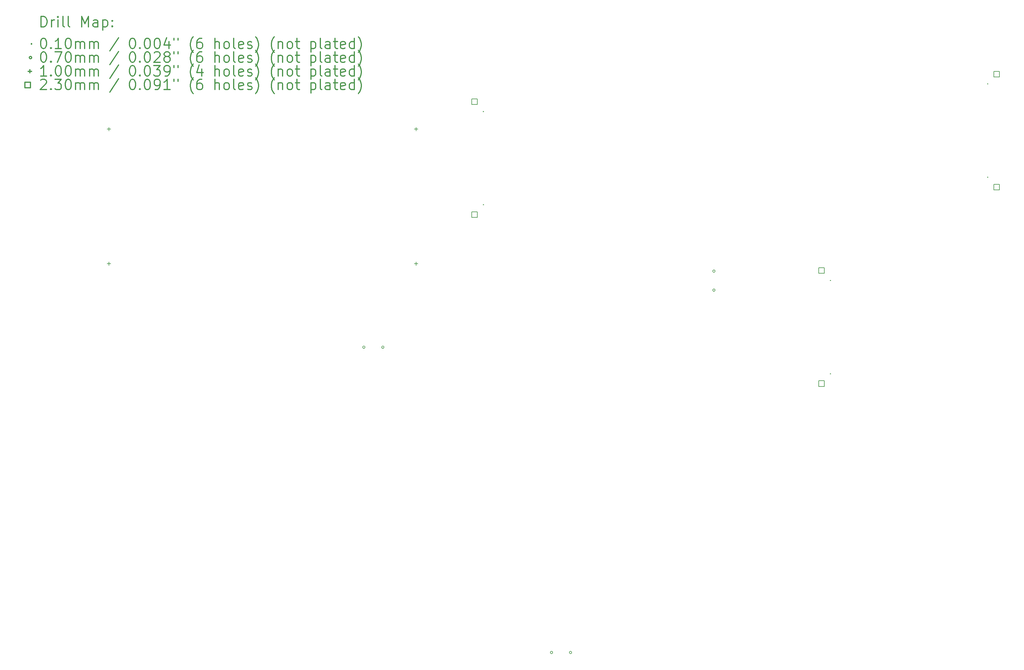
<source format=gbr>
%FSLAX45Y45*%
G04 Gerber Fmt 4.5, Leading zero omitted, Abs format (unit mm)*
G04 Created by KiCad (PCBNEW 4.0.6) date 01/10/18 21:06:59*
%MOMM*%
%LPD*%
G01*
G04 APERTURE LIST*
%ADD10C,0.127000*%
%ADD11C,0.200000*%
%ADD12C,0.300000*%
G04 APERTURE END LIST*
D10*
D11*
X13057600Y-2910500D02*
X13067600Y-2920500D01*
X13067600Y-2910500D02*
X13057600Y-2920500D01*
X13057600Y-5610500D02*
X13067600Y-5620500D01*
X13067600Y-5610500D02*
X13057600Y-5620500D01*
X23090600Y-7800000D02*
X23100600Y-7810000D01*
X23100600Y-7800000D02*
X23090600Y-7810000D01*
X23090600Y-10500000D02*
X23100600Y-10510000D01*
X23100600Y-10500000D02*
X23090600Y-10510000D01*
X27635900Y-2113800D02*
X27645900Y-2123800D01*
X27645900Y-2113800D02*
X27635900Y-2123800D01*
X27635900Y-4813800D02*
X27645900Y-4823800D01*
X27645900Y-4813800D02*
X27635900Y-4823800D01*
X9638060Y-9737320D02*
G75*
G03X9638060Y-9737320I-35000J0D01*
G01*
X10188060Y-9737320D02*
G75*
G03X10188060Y-9737320I-35000J0D01*
G01*
X15065400Y-18572200D02*
G75*
G03X15065400Y-18572200I-35000J0D01*
G01*
X15615400Y-18572200D02*
G75*
G03X15615400Y-18572200I-35000J0D01*
G01*
X19759600Y-7535500D02*
G75*
G03X19759600Y-7535500I-35000J0D01*
G01*
X19759600Y-8085500D02*
G75*
G03X19759600Y-8085500I-35000J0D01*
G01*
X2231000Y-3375100D02*
X2231000Y-3475100D01*
X2181000Y-3425100D02*
X2281000Y-3425100D01*
X2231000Y-7269100D02*
X2231000Y-7369100D01*
X2181000Y-7319100D02*
X2281000Y-7319100D01*
X11116700Y-3375100D02*
X11116700Y-3475100D01*
X11066700Y-3425100D02*
X11166700Y-3425100D01*
X11116700Y-7269100D02*
X11116700Y-7369100D01*
X11066700Y-7319100D02*
X11166700Y-7319100D01*
X12883918Y-2711818D02*
X12883918Y-2549182D01*
X12721282Y-2549182D01*
X12721282Y-2711818D01*
X12883918Y-2711818D01*
X12883918Y-5981818D02*
X12883918Y-5819182D01*
X12721282Y-5819182D01*
X12721282Y-5981818D01*
X12883918Y-5981818D01*
X22916918Y-7601318D02*
X22916918Y-7438682D01*
X22754282Y-7438682D01*
X22754282Y-7601318D01*
X22916918Y-7601318D01*
X22916918Y-10871318D02*
X22916918Y-10708682D01*
X22754282Y-10708682D01*
X22754282Y-10871318D01*
X22916918Y-10871318D01*
X27982218Y-1915118D02*
X27982218Y-1752482D01*
X27819582Y-1752482D01*
X27819582Y-1915118D01*
X27982218Y-1915118D01*
X27982218Y-5185118D02*
X27982218Y-5022482D01*
X27819582Y-5022482D01*
X27819582Y-5185118D01*
X27982218Y-5185118D01*
D12*
X271429Y-465714D02*
X271429Y-165714D01*
X342857Y-165714D01*
X385714Y-180000D01*
X414286Y-208571D01*
X428571Y-237143D01*
X442857Y-294286D01*
X442857Y-337143D01*
X428571Y-394286D01*
X414286Y-422857D01*
X385714Y-451429D01*
X342857Y-465714D01*
X271429Y-465714D01*
X571429Y-465714D02*
X571429Y-265714D01*
X571429Y-322857D02*
X585714Y-294286D01*
X600000Y-280000D01*
X628571Y-265714D01*
X657143Y-265714D01*
X757143Y-465714D02*
X757143Y-265714D01*
X757143Y-165714D02*
X742857Y-180000D01*
X757143Y-194286D01*
X771429Y-180000D01*
X757143Y-165714D01*
X757143Y-194286D01*
X942857Y-465714D02*
X914286Y-451429D01*
X900000Y-422857D01*
X900000Y-165714D01*
X1100000Y-465714D02*
X1071429Y-451429D01*
X1057143Y-422857D01*
X1057143Y-165714D01*
X1442857Y-465714D02*
X1442857Y-165714D01*
X1542857Y-380000D01*
X1642857Y-165714D01*
X1642857Y-465714D01*
X1914286Y-465714D02*
X1914286Y-308571D01*
X1900000Y-280000D01*
X1871429Y-265714D01*
X1814286Y-265714D01*
X1785714Y-280000D01*
X1914286Y-451429D02*
X1885714Y-465714D01*
X1814286Y-465714D01*
X1785714Y-451429D01*
X1771429Y-422857D01*
X1771429Y-394286D01*
X1785714Y-365714D01*
X1814286Y-351429D01*
X1885714Y-351429D01*
X1914286Y-337143D01*
X2057143Y-265714D02*
X2057143Y-565714D01*
X2057143Y-280000D02*
X2085714Y-265714D01*
X2142857Y-265714D01*
X2171429Y-280000D01*
X2185714Y-294286D01*
X2200000Y-322857D01*
X2200000Y-408571D01*
X2185714Y-437143D01*
X2171429Y-451429D01*
X2142857Y-465714D01*
X2085714Y-465714D01*
X2057143Y-451429D01*
X2328572Y-437143D02*
X2342857Y-451429D01*
X2328572Y-465714D01*
X2314286Y-451429D01*
X2328572Y-437143D01*
X2328572Y-465714D01*
X2328572Y-280000D02*
X2342857Y-294286D01*
X2328572Y-308571D01*
X2314286Y-294286D01*
X2328572Y-280000D01*
X2328572Y-308571D01*
X-10000Y-955000D02*
X0Y-965000D01*
X0Y-955000D02*
X-10000Y-965000D01*
X328571Y-795714D02*
X357143Y-795714D01*
X385714Y-810000D01*
X400000Y-824286D01*
X414286Y-852857D01*
X428571Y-910000D01*
X428571Y-981429D01*
X414286Y-1038571D01*
X400000Y-1067143D01*
X385714Y-1081429D01*
X357143Y-1095714D01*
X328571Y-1095714D01*
X300000Y-1081429D01*
X285714Y-1067143D01*
X271429Y-1038571D01*
X257143Y-981429D01*
X257143Y-910000D01*
X271429Y-852857D01*
X285714Y-824286D01*
X300000Y-810000D01*
X328571Y-795714D01*
X557143Y-1067143D02*
X571429Y-1081429D01*
X557143Y-1095714D01*
X542857Y-1081429D01*
X557143Y-1067143D01*
X557143Y-1095714D01*
X857143Y-1095714D02*
X685714Y-1095714D01*
X771428Y-1095714D02*
X771428Y-795714D01*
X742857Y-838571D01*
X714286Y-867143D01*
X685714Y-881429D01*
X1042857Y-795714D02*
X1071429Y-795714D01*
X1100000Y-810000D01*
X1114286Y-824286D01*
X1128571Y-852857D01*
X1142857Y-910000D01*
X1142857Y-981429D01*
X1128571Y-1038571D01*
X1114286Y-1067143D01*
X1100000Y-1081429D01*
X1071429Y-1095714D01*
X1042857Y-1095714D01*
X1014286Y-1081429D01*
X1000000Y-1067143D01*
X985714Y-1038571D01*
X971429Y-981429D01*
X971429Y-910000D01*
X985714Y-852857D01*
X1000000Y-824286D01*
X1014286Y-810000D01*
X1042857Y-795714D01*
X1271429Y-1095714D02*
X1271429Y-895714D01*
X1271429Y-924286D02*
X1285714Y-910000D01*
X1314286Y-895714D01*
X1357143Y-895714D01*
X1385714Y-910000D01*
X1400000Y-938571D01*
X1400000Y-1095714D01*
X1400000Y-938571D02*
X1414286Y-910000D01*
X1442857Y-895714D01*
X1485714Y-895714D01*
X1514286Y-910000D01*
X1528571Y-938571D01*
X1528571Y-1095714D01*
X1671429Y-1095714D02*
X1671429Y-895714D01*
X1671429Y-924286D02*
X1685714Y-910000D01*
X1714286Y-895714D01*
X1757143Y-895714D01*
X1785714Y-910000D01*
X1800000Y-938571D01*
X1800000Y-1095714D01*
X1800000Y-938571D02*
X1814286Y-910000D01*
X1842857Y-895714D01*
X1885714Y-895714D01*
X1914286Y-910000D01*
X1928571Y-938571D01*
X1928571Y-1095714D01*
X2514286Y-781429D02*
X2257143Y-1167143D01*
X2900000Y-795714D02*
X2928571Y-795714D01*
X2957143Y-810000D01*
X2971428Y-824286D01*
X2985714Y-852857D01*
X3000000Y-910000D01*
X3000000Y-981429D01*
X2985714Y-1038571D01*
X2971428Y-1067143D01*
X2957143Y-1081429D01*
X2928571Y-1095714D01*
X2900000Y-1095714D01*
X2871428Y-1081429D01*
X2857143Y-1067143D01*
X2842857Y-1038571D01*
X2828571Y-981429D01*
X2828571Y-910000D01*
X2842857Y-852857D01*
X2857143Y-824286D01*
X2871428Y-810000D01*
X2900000Y-795714D01*
X3128571Y-1067143D02*
X3142857Y-1081429D01*
X3128571Y-1095714D01*
X3114286Y-1081429D01*
X3128571Y-1067143D01*
X3128571Y-1095714D01*
X3328571Y-795714D02*
X3357143Y-795714D01*
X3385714Y-810000D01*
X3400000Y-824286D01*
X3414286Y-852857D01*
X3428571Y-910000D01*
X3428571Y-981429D01*
X3414286Y-1038571D01*
X3400000Y-1067143D01*
X3385714Y-1081429D01*
X3357143Y-1095714D01*
X3328571Y-1095714D01*
X3300000Y-1081429D01*
X3285714Y-1067143D01*
X3271428Y-1038571D01*
X3257143Y-981429D01*
X3257143Y-910000D01*
X3271428Y-852857D01*
X3285714Y-824286D01*
X3300000Y-810000D01*
X3328571Y-795714D01*
X3614286Y-795714D02*
X3642857Y-795714D01*
X3671428Y-810000D01*
X3685714Y-824286D01*
X3700000Y-852857D01*
X3714286Y-910000D01*
X3714286Y-981429D01*
X3700000Y-1038571D01*
X3685714Y-1067143D01*
X3671428Y-1081429D01*
X3642857Y-1095714D01*
X3614286Y-1095714D01*
X3585714Y-1081429D01*
X3571428Y-1067143D01*
X3557143Y-1038571D01*
X3542857Y-981429D01*
X3542857Y-910000D01*
X3557143Y-852857D01*
X3571428Y-824286D01*
X3585714Y-810000D01*
X3614286Y-795714D01*
X3971428Y-895714D02*
X3971428Y-1095714D01*
X3900000Y-781429D02*
X3828571Y-995714D01*
X4014286Y-995714D01*
X4114286Y-795714D02*
X4114286Y-852857D01*
X4228571Y-795714D02*
X4228571Y-852857D01*
X4671429Y-1210000D02*
X4657143Y-1195714D01*
X4628571Y-1152857D01*
X4614286Y-1124286D01*
X4600000Y-1081429D01*
X4585714Y-1010000D01*
X4585714Y-952857D01*
X4600000Y-881429D01*
X4614286Y-838571D01*
X4628571Y-810000D01*
X4657143Y-767143D01*
X4671429Y-752857D01*
X4914286Y-795714D02*
X4857143Y-795714D01*
X4828571Y-810000D01*
X4814286Y-824286D01*
X4785714Y-867143D01*
X4771429Y-924286D01*
X4771429Y-1038571D01*
X4785714Y-1067143D01*
X4800000Y-1081429D01*
X4828571Y-1095714D01*
X4885714Y-1095714D01*
X4914286Y-1081429D01*
X4928571Y-1067143D01*
X4942857Y-1038571D01*
X4942857Y-967143D01*
X4928571Y-938571D01*
X4914286Y-924286D01*
X4885714Y-910000D01*
X4828571Y-910000D01*
X4800000Y-924286D01*
X4785714Y-938571D01*
X4771429Y-967143D01*
X5300000Y-1095714D02*
X5300000Y-795714D01*
X5428571Y-1095714D02*
X5428571Y-938571D01*
X5414286Y-910000D01*
X5385714Y-895714D01*
X5342857Y-895714D01*
X5314286Y-910000D01*
X5300000Y-924286D01*
X5614286Y-1095714D02*
X5585714Y-1081429D01*
X5571429Y-1067143D01*
X5557143Y-1038571D01*
X5557143Y-952857D01*
X5571429Y-924286D01*
X5585714Y-910000D01*
X5614286Y-895714D01*
X5657143Y-895714D01*
X5685714Y-910000D01*
X5700000Y-924286D01*
X5714286Y-952857D01*
X5714286Y-1038571D01*
X5700000Y-1067143D01*
X5685714Y-1081429D01*
X5657143Y-1095714D01*
X5614286Y-1095714D01*
X5885714Y-1095714D02*
X5857143Y-1081429D01*
X5842857Y-1052857D01*
X5842857Y-795714D01*
X6114286Y-1081429D02*
X6085714Y-1095714D01*
X6028571Y-1095714D01*
X6000000Y-1081429D01*
X5985714Y-1052857D01*
X5985714Y-938571D01*
X6000000Y-910000D01*
X6028571Y-895714D01*
X6085714Y-895714D01*
X6114286Y-910000D01*
X6128571Y-938571D01*
X6128571Y-967143D01*
X5985714Y-995714D01*
X6242857Y-1081429D02*
X6271429Y-1095714D01*
X6328571Y-1095714D01*
X6357143Y-1081429D01*
X6371429Y-1052857D01*
X6371429Y-1038571D01*
X6357143Y-1010000D01*
X6328571Y-995714D01*
X6285714Y-995714D01*
X6257143Y-981429D01*
X6242857Y-952857D01*
X6242857Y-938571D01*
X6257143Y-910000D01*
X6285714Y-895714D01*
X6328571Y-895714D01*
X6357143Y-910000D01*
X6471428Y-1210000D02*
X6485714Y-1195714D01*
X6514286Y-1152857D01*
X6528571Y-1124286D01*
X6542857Y-1081429D01*
X6557143Y-1010000D01*
X6557143Y-952857D01*
X6542857Y-881429D01*
X6528571Y-838571D01*
X6514286Y-810000D01*
X6485714Y-767143D01*
X6471428Y-752857D01*
X7014286Y-1210000D02*
X7000000Y-1195714D01*
X6971428Y-1152857D01*
X6957143Y-1124286D01*
X6942857Y-1081429D01*
X6928571Y-1010000D01*
X6928571Y-952857D01*
X6942857Y-881429D01*
X6957143Y-838571D01*
X6971428Y-810000D01*
X7000000Y-767143D01*
X7014286Y-752857D01*
X7128571Y-895714D02*
X7128571Y-1095714D01*
X7128571Y-924286D02*
X7142857Y-910000D01*
X7171428Y-895714D01*
X7214286Y-895714D01*
X7242857Y-910000D01*
X7257143Y-938571D01*
X7257143Y-1095714D01*
X7442857Y-1095714D02*
X7414286Y-1081429D01*
X7400000Y-1067143D01*
X7385714Y-1038571D01*
X7385714Y-952857D01*
X7400000Y-924286D01*
X7414286Y-910000D01*
X7442857Y-895714D01*
X7485714Y-895714D01*
X7514286Y-910000D01*
X7528571Y-924286D01*
X7542857Y-952857D01*
X7542857Y-1038571D01*
X7528571Y-1067143D01*
X7514286Y-1081429D01*
X7485714Y-1095714D01*
X7442857Y-1095714D01*
X7628571Y-895714D02*
X7742857Y-895714D01*
X7671429Y-795714D02*
X7671429Y-1052857D01*
X7685714Y-1081429D01*
X7714286Y-1095714D01*
X7742857Y-1095714D01*
X8071429Y-895714D02*
X8071429Y-1195714D01*
X8071429Y-910000D02*
X8100000Y-895714D01*
X8157143Y-895714D01*
X8185714Y-910000D01*
X8200000Y-924286D01*
X8214286Y-952857D01*
X8214286Y-1038571D01*
X8200000Y-1067143D01*
X8185714Y-1081429D01*
X8157143Y-1095714D01*
X8100000Y-1095714D01*
X8071429Y-1081429D01*
X8385714Y-1095714D02*
X8357143Y-1081429D01*
X8342857Y-1052857D01*
X8342857Y-795714D01*
X8628572Y-1095714D02*
X8628572Y-938571D01*
X8614286Y-910000D01*
X8585714Y-895714D01*
X8528572Y-895714D01*
X8500000Y-910000D01*
X8628572Y-1081429D02*
X8600000Y-1095714D01*
X8528572Y-1095714D01*
X8500000Y-1081429D01*
X8485714Y-1052857D01*
X8485714Y-1024286D01*
X8500000Y-995714D01*
X8528572Y-981429D01*
X8600000Y-981429D01*
X8628572Y-967143D01*
X8728572Y-895714D02*
X8842857Y-895714D01*
X8771429Y-795714D02*
X8771429Y-1052857D01*
X8785714Y-1081429D01*
X8814286Y-1095714D01*
X8842857Y-1095714D01*
X9057143Y-1081429D02*
X9028572Y-1095714D01*
X8971429Y-1095714D01*
X8942857Y-1081429D01*
X8928572Y-1052857D01*
X8928572Y-938571D01*
X8942857Y-910000D01*
X8971429Y-895714D01*
X9028572Y-895714D01*
X9057143Y-910000D01*
X9071429Y-938571D01*
X9071429Y-967143D01*
X8928572Y-995714D01*
X9328572Y-1095714D02*
X9328572Y-795714D01*
X9328572Y-1081429D02*
X9300000Y-1095714D01*
X9242857Y-1095714D01*
X9214286Y-1081429D01*
X9200000Y-1067143D01*
X9185715Y-1038571D01*
X9185715Y-952857D01*
X9200000Y-924286D01*
X9214286Y-910000D01*
X9242857Y-895714D01*
X9300000Y-895714D01*
X9328572Y-910000D01*
X9442857Y-1210000D02*
X9457143Y-1195714D01*
X9485715Y-1152857D01*
X9500000Y-1124286D01*
X9514286Y-1081429D01*
X9528572Y-1010000D01*
X9528572Y-952857D01*
X9514286Y-881429D01*
X9500000Y-838571D01*
X9485715Y-810000D01*
X9457143Y-767143D01*
X9442857Y-752857D01*
X0Y-1356000D02*
G75*
G03X0Y-1356000I-35000J0D01*
G01*
X328571Y-1191714D02*
X357143Y-1191714D01*
X385714Y-1206000D01*
X400000Y-1220286D01*
X414286Y-1248857D01*
X428571Y-1306000D01*
X428571Y-1377429D01*
X414286Y-1434571D01*
X400000Y-1463143D01*
X385714Y-1477429D01*
X357143Y-1491714D01*
X328571Y-1491714D01*
X300000Y-1477429D01*
X285714Y-1463143D01*
X271429Y-1434571D01*
X257143Y-1377429D01*
X257143Y-1306000D01*
X271429Y-1248857D01*
X285714Y-1220286D01*
X300000Y-1206000D01*
X328571Y-1191714D01*
X557143Y-1463143D02*
X571429Y-1477429D01*
X557143Y-1491714D01*
X542857Y-1477429D01*
X557143Y-1463143D01*
X557143Y-1491714D01*
X671429Y-1191714D02*
X871428Y-1191714D01*
X742857Y-1491714D01*
X1042857Y-1191714D02*
X1071429Y-1191714D01*
X1100000Y-1206000D01*
X1114286Y-1220286D01*
X1128571Y-1248857D01*
X1142857Y-1306000D01*
X1142857Y-1377429D01*
X1128571Y-1434571D01*
X1114286Y-1463143D01*
X1100000Y-1477429D01*
X1071429Y-1491714D01*
X1042857Y-1491714D01*
X1014286Y-1477429D01*
X1000000Y-1463143D01*
X985714Y-1434571D01*
X971429Y-1377429D01*
X971429Y-1306000D01*
X985714Y-1248857D01*
X1000000Y-1220286D01*
X1014286Y-1206000D01*
X1042857Y-1191714D01*
X1271429Y-1491714D02*
X1271429Y-1291714D01*
X1271429Y-1320286D02*
X1285714Y-1306000D01*
X1314286Y-1291714D01*
X1357143Y-1291714D01*
X1385714Y-1306000D01*
X1400000Y-1334571D01*
X1400000Y-1491714D01*
X1400000Y-1334571D02*
X1414286Y-1306000D01*
X1442857Y-1291714D01*
X1485714Y-1291714D01*
X1514286Y-1306000D01*
X1528571Y-1334571D01*
X1528571Y-1491714D01*
X1671429Y-1491714D02*
X1671429Y-1291714D01*
X1671429Y-1320286D02*
X1685714Y-1306000D01*
X1714286Y-1291714D01*
X1757143Y-1291714D01*
X1785714Y-1306000D01*
X1800000Y-1334571D01*
X1800000Y-1491714D01*
X1800000Y-1334571D02*
X1814286Y-1306000D01*
X1842857Y-1291714D01*
X1885714Y-1291714D01*
X1914286Y-1306000D01*
X1928571Y-1334571D01*
X1928571Y-1491714D01*
X2514286Y-1177429D02*
X2257143Y-1563143D01*
X2900000Y-1191714D02*
X2928571Y-1191714D01*
X2957143Y-1206000D01*
X2971428Y-1220286D01*
X2985714Y-1248857D01*
X3000000Y-1306000D01*
X3000000Y-1377429D01*
X2985714Y-1434571D01*
X2971428Y-1463143D01*
X2957143Y-1477429D01*
X2928571Y-1491714D01*
X2900000Y-1491714D01*
X2871428Y-1477429D01*
X2857143Y-1463143D01*
X2842857Y-1434571D01*
X2828571Y-1377429D01*
X2828571Y-1306000D01*
X2842857Y-1248857D01*
X2857143Y-1220286D01*
X2871428Y-1206000D01*
X2900000Y-1191714D01*
X3128571Y-1463143D02*
X3142857Y-1477429D01*
X3128571Y-1491714D01*
X3114286Y-1477429D01*
X3128571Y-1463143D01*
X3128571Y-1491714D01*
X3328571Y-1191714D02*
X3357143Y-1191714D01*
X3385714Y-1206000D01*
X3400000Y-1220286D01*
X3414286Y-1248857D01*
X3428571Y-1306000D01*
X3428571Y-1377429D01*
X3414286Y-1434571D01*
X3400000Y-1463143D01*
X3385714Y-1477429D01*
X3357143Y-1491714D01*
X3328571Y-1491714D01*
X3300000Y-1477429D01*
X3285714Y-1463143D01*
X3271428Y-1434571D01*
X3257143Y-1377429D01*
X3257143Y-1306000D01*
X3271428Y-1248857D01*
X3285714Y-1220286D01*
X3300000Y-1206000D01*
X3328571Y-1191714D01*
X3542857Y-1220286D02*
X3557143Y-1206000D01*
X3585714Y-1191714D01*
X3657143Y-1191714D01*
X3685714Y-1206000D01*
X3700000Y-1220286D01*
X3714286Y-1248857D01*
X3714286Y-1277429D01*
X3700000Y-1320286D01*
X3528571Y-1491714D01*
X3714286Y-1491714D01*
X3885714Y-1320286D02*
X3857143Y-1306000D01*
X3842857Y-1291714D01*
X3828571Y-1263143D01*
X3828571Y-1248857D01*
X3842857Y-1220286D01*
X3857143Y-1206000D01*
X3885714Y-1191714D01*
X3942857Y-1191714D01*
X3971428Y-1206000D01*
X3985714Y-1220286D01*
X4000000Y-1248857D01*
X4000000Y-1263143D01*
X3985714Y-1291714D01*
X3971428Y-1306000D01*
X3942857Y-1320286D01*
X3885714Y-1320286D01*
X3857143Y-1334571D01*
X3842857Y-1348857D01*
X3828571Y-1377429D01*
X3828571Y-1434571D01*
X3842857Y-1463143D01*
X3857143Y-1477429D01*
X3885714Y-1491714D01*
X3942857Y-1491714D01*
X3971428Y-1477429D01*
X3985714Y-1463143D01*
X4000000Y-1434571D01*
X4000000Y-1377429D01*
X3985714Y-1348857D01*
X3971428Y-1334571D01*
X3942857Y-1320286D01*
X4114286Y-1191714D02*
X4114286Y-1248857D01*
X4228571Y-1191714D02*
X4228571Y-1248857D01*
X4671429Y-1606000D02*
X4657143Y-1591714D01*
X4628571Y-1548857D01*
X4614286Y-1520286D01*
X4600000Y-1477429D01*
X4585714Y-1406000D01*
X4585714Y-1348857D01*
X4600000Y-1277429D01*
X4614286Y-1234571D01*
X4628571Y-1206000D01*
X4657143Y-1163143D01*
X4671429Y-1148857D01*
X4914286Y-1191714D02*
X4857143Y-1191714D01*
X4828571Y-1206000D01*
X4814286Y-1220286D01*
X4785714Y-1263143D01*
X4771429Y-1320286D01*
X4771429Y-1434571D01*
X4785714Y-1463143D01*
X4800000Y-1477429D01*
X4828571Y-1491714D01*
X4885714Y-1491714D01*
X4914286Y-1477429D01*
X4928571Y-1463143D01*
X4942857Y-1434571D01*
X4942857Y-1363143D01*
X4928571Y-1334571D01*
X4914286Y-1320286D01*
X4885714Y-1306000D01*
X4828571Y-1306000D01*
X4800000Y-1320286D01*
X4785714Y-1334571D01*
X4771429Y-1363143D01*
X5300000Y-1491714D02*
X5300000Y-1191714D01*
X5428571Y-1491714D02*
X5428571Y-1334571D01*
X5414286Y-1306000D01*
X5385714Y-1291714D01*
X5342857Y-1291714D01*
X5314286Y-1306000D01*
X5300000Y-1320286D01*
X5614286Y-1491714D02*
X5585714Y-1477429D01*
X5571429Y-1463143D01*
X5557143Y-1434571D01*
X5557143Y-1348857D01*
X5571429Y-1320286D01*
X5585714Y-1306000D01*
X5614286Y-1291714D01*
X5657143Y-1291714D01*
X5685714Y-1306000D01*
X5700000Y-1320286D01*
X5714286Y-1348857D01*
X5714286Y-1434571D01*
X5700000Y-1463143D01*
X5685714Y-1477429D01*
X5657143Y-1491714D01*
X5614286Y-1491714D01*
X5885714Y-1491714D02*
X5857143Y-1477429D01*
X5842857Y-1448857D01*
X5842857Y-1191714D01*
X6114286Y-1477429D02*
X6085714Y-1491714D01*
X6028571Y-1491714D01*
X6000000Y-1477429D01*
X5985714Y-1448857D01*
X5985714Y-1334571D01*
X6000000Y-1306000D01*
X6028571Y-1291714D01*
X6085714Y-1291714D01*
X6114286Y-1306000D01*
X6128571Y-1334571D01*
X6128571Y-1363143D01*
X5985714Y-1391714D01*
X6242857Y-1477429D02*
X6271429Y-1491714D01*
X6328571Y-1491714D01*
X6357143Y-1477429D01*
X6371429Y-1448857D01*
X6371429Y-1434571D01*
X6357143Y-1406000D01*
X6328571Y-1391714D01*
X6285714Y-1391714D01*
X6257143Y-1377429D01*
X6242857Y-1348857D01*
X6242857Y-1334571D01*
X6257143Y-1306000D01*
X6285714Y-1291714D01*
X6328571Y-1291714D01*
X6357143Y-1306000D01*
X6471428Y-1606000D02*
X6485714Y-1591714D01*
X6514286Y-1548857D01*
X6528571Y-1520286D01*
X6542857Y-1477429D01*
X6557143Y-1406000D01*
X6557143Y-1348857D01*
X6542857Y-1277429D01*
X6528571Y-1234571D01*
X6514286Y-1206000D01*
X6485714Y-1163143D01*
X6471428Y-1148857D01*
X7014286Y-1606000D02*
X7000000Y-1591714D01*
X6971428Y-1548857D01*
X6957143Y-1520286D01*
X6942857Y-1477429D01*
X6928571Y-1406000D01*
X6928571Y-1348857D01*
X6942857Y-1277429D01*
X6957143Y-1234571D01*
X6971428Y-1206000D01*
X7000000Y-1163143D01*
X7014286Y-1148857D01*
X7128571Y-1291714D02*
X7128571Y-1491714D01*
X7128571Y-1320286D02*
X7142857Y-1306000D01*
X7171428Y-1291714D01*
X7214286Y-1291714D01*
X7242857Y-1306000D01*
X7257143Y-1334571D01*
X7257143Y-1491714D01*
X7442857Y-1491714D02*
X7414286Y-1477429D01*
X7400000Y-1463143D01*
X7385714Y-1434571D01*
X7385714Y-1348857D01*
X7400000Y-1320286D01*
X7414286Y-1306000D01*
X7442857Y-1291714D01*
X7485714Y-1291714D01*
X7514286Y-1306000D01*
X7528571Y-1320286D01*
X7542857Y-1348857D01*
X7542857Y-1434571D01*
X7528571Y-1463143D01*
X7514286Y-1477429D01*
X7485714Y-1491714D01*
X7442857Y-1491714D01*
X7628571Y-1291714D02*
X7742857Y-1291714D01*
X7671429Y-1191714D02*
X7671429Y-1448857D01*
X7685714Y-1477429D01*
X7714286Y-1491714D01*
X7742857Y-1491714D01*
X8071429Y-1291714D02*
X8071429Y-1591714D01*
X8071429Y-1306000D02*
X8100000Y-1291714D01*
X8157143Y-1291714D01*
X8185714Y-1306000D01*
X8200000Y-1320286D01*
X8214286Y-1348857D01*
X8214286Y-1434571D01*
X8200000Y-1463143D01*
X8185714Y-1477429D01*
X8157143Y-1491714D01*
X8100000Y-1491714D01*
X8071429Y-1477429D01*
X8385714Y-1491714D02*
X8357143Y-1477429D01*
X8342857Y-1448857D01*
X8342857Y-1191714D01*
X8628572Y-1491714D02*
X8628572Y-1334571D01*
X8614286Y-1306000D01*
X8585714Y-1291714D01*
X8528572Y-1291714D01*
X8500000Y-1306000D01*
X8628572Y-1477429D02*
X8600000Y-1491714D01*
X8528572Y-1491714D01*
X8500000Y-1477429D01*
X8485714Y-1448857D01*
X8485714Y-1420286D01*
X8500000Y-1391714D01*
X8528572Y-1377429D01*
X8600000Y-1377429D01*
X8628572Y-1363143D01*
X8728572Y-1291714D02*
X8842857Y-1291714D01*
X8771429Y-1191714D02*
X8771429Y-1448857D01*
X8785714Y-1477429D01*
X8814286Y-1491714D01*
X8842857Y-1491714D01*
X9057143Y-1477429D02*
X9028572Y-1491714D01*
X8971429Y-1491714D01*
X8942857Y-1477429D01*
X8928572Y-1448857D01*
X8928572Y-1334571D01*
X8942857Y-1306000D01*
X8971429Y-1291714D01*
X9028572Y-1291714D01*
X9057143Y-1306000D01*
X9071429Y-1334571D01*
X9071429Y-1363143D01*
X8928572Y-1391714D01*
X9328572Y-1491714D02*
X9328572Y-1191714D01*
X9328572Y-1477429D02*
X9300000Y-1491714D01*
X9242857Y-1491714D01*
X9214286Y-1477429D01*
X9200000Y-1463143D01*
X9185715Y-1434571D01*
X9185715Y-1348857D01*
X9200000Y-1320286D01*
X9214286Y-1306000D01*
X9242857Y-1291714D01*
X9300000Y-1291714D01*
X9328572Y-1306000D01*
X9442857Y-1606000D02*
X9457143Y-1591714D01*
X9485715Y-1548857D01*
X9500000Y-1520286D01*
X9514286Y-1477429D01*
X9528572Y-1406000D01*
X9528572Y-1348857D01*
X9514286Y-1277429D01*
X9500000Y-1234571D01*
X9485715Y-1206000D01*
X9457143Y-1163143D01*
X9442857Y-1148857D01*
X-50000Y-1702000D02*
X-50000Y-1802000D01*
X-100000Y-1752000D02*
X0Y-1752000D01*
X428571Y-1887714D02*
X257143Y-1887714D01*
X342857Y-1887714D02*
X342857Y-1587714D01*
X314286Y-1630571D01*
X285714Y-1659143D01*
X257143Y-1673429D01*
X557143Y-1859143D02*
X571429Y-1873429D01*
X557143Y-1887714D01*
X542857Y-1873429D01*
X557143Y-1859143D01*
X557143Y-1887714D01*
X757143Y-1587714D02*
X785714Y-1587714D01*
X814286Y-1602000D01*
X828571Y-1616286D01*
X842857Y-1644857D01*
X857143Y-1702000D01*
X857143Y-1773429D01*
X842857Y-1830571D01*
X828571Y-1859143D01*
X814286Y-1873429D01*
X785714Y-1887714D01*
X757143Y-1887714D01*
X728571Y-1873429D01*
X714286Y-1859143D01*
X700000Y-1830571D01*
X685714Y-1773429D01*
X685714Y-1702000D01*
X700000Y-1644857D01*
X714286Y-1616286D01*
X728571Y-1602000D01*
X757143Y-1587714D01*
X1042857Y-1587714D02*
X1071429Y-1587714D01*
X1100000Y-1602000D01*
X1114286Y-1616286D01*
X1128571Y-1644857D01*
X1142857Y-1702000D01*
X1142857Y-1773429D01*
X1128571Y-1830571D01*
X1114286Y-1859143D01*
X1100000Y-1873429D01*
X1071429Y-1887714D01*
X1042857Y-1887714D01*
X1014286Y-1873429D01*
X1000000Y-1859143D01*
X985714Y-1830571D01*
X971429Y-1773429D01*
X971429Y-1702000D01*
X985714Y-1644857D01*
X1000000Y-1616286D01*
X1014286Y-1602000D01*
X1042857Y-1587714D01*
X1271429Y-1887714D02*
X1271429Y-1687714D01*
X1271429Y-1716286D02*
X1285714Y-1702000D01*
X1314286Y-1687714D01*
X1357143Y-1687714D01*
X1385714Y-1702000D01*
X1400000Y-1730571D01*
X1400000Y-1887714D01*
X1400000Y-1730571D02*
X1414286Y-1702000D01*
X1442857Y-1687714D01*
X1485714Y-1687714D01*
X1514286Y-1702000D01*
X1528571Y-1730571D01*
X1528571Y-1887714D01*
X1671429Y-1887714D02*
X1671429Y-1687714D01*
X1671429Y-1716286D02*
X1685714Y-1702000D01*
X1714286Y-1687714D01*
X1757143Y-1687714D01*
X1785714Y-1702000D01*
X1800000Y-1730571D01*
X1800000Y-1887714D01*
X1800000Y-1730571D02*
X1814286Y-1702000D01*
X1842857Y-1687714D01*
X1885714Y-1687714D01*
X1914286Y-1702000D01*
X1928571Y-1730571D01*
X1928571Y-1887714D01*
X2514286Y-1573429D02*
X2257143Y-1959143D01*
X2900000Y-1587714D02*
X2928571Y-1587714D01*
X2957143Y-1602000D01*
X2971428Y-1616286D01*
X2985714Y-1644857D01*
X3000000Y-1702000D01*
X3000000Y-1773429D01*
X2985714Y-1830571D01*
X2971428Y-1859143D01*
X2957143Y-1873429D01*
X2928571Y-1887714D01*
X2900000Y-1887714D01*
X2871428Y-1873429D01*
X2857143Y-1859143D01*
X2842857Y-1830571D01*
X2828571Y-1773429D01*
X2828571Y-1702000D01*
X2842857Y-1644857D01*
X2857143Y-1616286D01*
X2871428Y-1602000D01*
X2900000Y-1587714D01*
X3128571Y-1859143D02*
X3142857Y-1873429D01*
X3128571Y-1887714D01*
X3114286Y-1873429D01*
X3128571Y-1859143D01*
X3128571Y-1887714D01*
X3328571Y-1587714D02*
X3357143Y-1587714D01*
X3385714Y-1602000D01*
X3400000Y-1616286D01*
X3414286Y-1644857D01*
X3428571Y-1702000D01*
X3428571Y-1773429D01*
X3414286Y-1830571D01*
X3400000Y-1859143D01*
X3385714Y-1873429D01*
X3357143Y-1887714D01*
X3328571Y-1887714D01*
X3300000Y-1873429D01*
X3285714Y-1859143D01*
X3271428Y-1830571D01*
X3257143Y-1773429D01*
X3257143Y-1702000D01*
X3271428Y-1644857D01*
X3285714Y-1616286D01*
X3300000Y-1602000D01*
X3328571Y-1587714D01*
X3528571Y-1587714D02*
X3714286Y-1587714D01*
X3614286Y-1702000D01*
X3657143Y-1702000D01*
X3685714Y-1716286D01*
X3700000Y-1730571D01*
X3714286Y-1759143D01*
X3714286Y-1830571D01*
X3700000Y-1859143D01*
X3685714Y-1873429D01*
X3657143Y-1887714D01*
X3571428Y-1887714D01*
X3542857Y-1873429D01*
X3528571Y-1859143D01*
X3857143Y-1887714D02*
X3914286Y-1887714D01*
X3942857Y-1873429D01*
X3957143Y-1859143D01*
X3985714Y-1816286D01*
X4000000Y-1759143D01*
X4000000Y-1644857D01*
X3985714Y-1616286D01*
X3971428Y-1602000D01*
X3942857Y-1587714D01*
X3885714Y-1587714D01*
X3857143Y-1602000D01*
X3842857Y-1616286D01*
X3828571Y-1644857D01*
X3828571Y-1716286D01*
X3842857Y-1744857D01*
X3857143Y-1759143D01*
X3885714Y-1773429D01*
X3942857Y-1773429D01*
X3971428Y-1759143D01*
X3985714Y-1744857D01*
X4000000Y-1716286D01*
X4114286Y-1587714D02*
X4114286Y-1644857D01*
X4228571Y-1587714D02*
X4228571Y-1644857D01*
X4671429Y-2002000D02*
X4657143Y-1987714D01*
X4628571Y-1944857D01*
X4614286Y-1916286D01*
X4600000Y-1873429D01*
X4585714Y-1802000D01*
X4585714Y-1744857D01*
X4600000Y-1673429D01*
X4614286Y-1630571D01*
X4628571Y-1602000D01*
X4657143Y-1559143D01*
X4671429Y-1544857D01*
X4914286Y-1687714D02*
X4914286Y-1887714D01*
X4842857Y-1573429D02*
X4771429Y-1787714D01*
X4957143Y-1787714D01*
X5300000Y-1887714D02*
X5300000Y-1587714D01*
X5428571Y-1887714D02*
X5428571Y-1730571D01*
X5414286Y-1702000D01*
X5385714Y-1687714D01*
X5342857Y-1687714D01*
X5314286Y-1702000D01*
X5300000Y-1716286D01*
X5614286Y-1887714D02*
X5585714Y-1873429D01*
X5571429Y-1859143D01*
X5557143Y-1830571D01*
X5557143Y-1744857D01*
X5571429Y-1716286D01*
X5585714Y-1702000D01*
X5614286Y-1687714D01*
X5657143Y-1687714D01*
X5685714Y-1702000D01*
X5700000Y-1716286D01*
X5714286Y-1744857D01*
X5714286Y-1830571D01*
X5700000Y-1859143D01*
X5685714Y-1873429D01*
X5657143Y-1887714D01*
X5614286Y-1887714D01*
X5885714Y-1887714D02*
X5857143Y-1873429D01*
X5842857Y-1844857D01*
X5842857Y-1587714D01*
X6114286Y-1873429D02*
X6085714Y-1887714D01*
X6028571Y-1887714D01*
X6000000Y-1873429D01*
X5985714Y-1844857D01*
X5985714Y-1730571D01*
X6000000Y-1702000D01*
X6028571Y-1687714D01*
X6085714Y-1687714D01*
X6114286Y-1702000D01*
X6128571Y-1730571D01*
X6128571Y-1759143D01*
X5985714Y-1787714D01*
X6242857Y-1873429D02*
X6271429Y-1887714D01*
X6328571Y-1887714D01*
X6357143Y-1873429D01*
X6371429Y-1844857D01*
X6371429Y-1830571D01*
X6357143Y-1802000D01*
X6328571Y-1787714D01*
X6285714Y-1787714D01*
X6257143Y-1773429D01*
X6242857Y-1744857D01*
X6242857Y-1730571D01*
X6257143Y-1702000D01*
X6285714Y-1687714D01*
X6328571Y-1687714D01*
X6357143Y-1702000D01*
X6471428Y-2002000D02*
X6485714Y-1987714D01*
X6514286Y-1944857D01*
X6528571Y-1916286D01*
X6542857Y-1873429D01*
X6557143Y-1802000D01*
X6557143Y-1744857D01*
X6542857Y-1673429D01*
X6528571Y-1630571D01*
X6514286Y-1602000D01*
X6485714Y-1559143D01*
X6471428Y-1544857D01*
X7014286Y-2002000D02*
X7000000Y-1987714D01*
X6971428Y-1944857D01*
X6957143Y-1916286D01*
X6942857Y-1873429D01*
X6928571Y-1802000D01*
X6928571Y-1744857D01*
X6942857Y-1673429D01*
X6957143Y-1630571D01*
X6971428Y-1602000D01*
X7000000Y-1559143D01*
X7014286Y-1544857D01*
X7128571Y-1687714D02*
X7128571Y-1887714D01*
X7128571Y-1716286D02*
X7142857Y-1702000D01*
X7171428Y-1687714D01*
X7214286Y-1687714D01*
X7242857Y-1702000D01*
X7257143Y-1730571D01*
X7257143Y-1887714D01*
X7442857Y-1887714D02*
X7414286Y-1873429D01*
X7400000Y-1859143D01*
X7385714Y-1830571D01*
X7385714Y-1744857D01*
X7400000Y-1716286D01*
X7414286Y-1702000D01*
X7442857Y-1687714D01*
X7485714Y-1687714D01*
X7514286Y-1702000D01*
X7528571Y-1716286D01*
X7542857Y-1744857D01*
X7542857Y-1830571D01*
X7528571Y-1859143D01*
X7514286Y-1873429D01*
X7485714Y-1887714D01*
X7442857Y-1887714D01*
X7628571Y-1687714D02*
X7742857Y-1687714D01*
X7671429Y-1587714D02*
X7671429Y-1844857D01*
X7685714Y-1873429D01*
X7714286Y-1887714D01*
X7742857Y-1887714D01*
X8071429Y-1687714D02*
X8071429Y-1987714D01*
X8071429Y-1702000D02*
X8100000Y-1687714D01*
X8157143Y-1687714D01*
X8185714Y-1702000D01*
X8200000Y-1716286D01*
X8214286Y-1744857D01*
X8214286Y-1830571D01*
X8200000Y-1859143D01*
X8185714Y-1873429D01*
X8157143Y-1887714D01*
X8100000Y-1887714D01*
X8071429Y-1873429D01*
X8385714Y-1887714D02*
X8357143Y-1873429D01*
X8342857Y-1844857D01*
X8342857Y-1587714D01*
X8628572Y-1887714D02*
X8628572Y-1730571D01*
X8614286Y-1702000D01*
X8585714Y-1687714D01*
X8528572Y-1687714D01*
X8500000Y-1702000D01*
X8628572Y-1873429D02*
X8600000Y-1887714D01*
X8528572Y-1887714D01*
X8500000Y-1873429D01*
X8485714Y-1844857D01*
X8485714Y-1816286D01*
X8500000Y-1787714D01*
X8528572Y-1773429D01*
X8600000Y-1773429D01*
X8628572Y-1759143D01*
X8728572Y-1687714D02*
X8842857Y-1687714D01*
X8771429Y-1587714D02*
X8771429Y-1844857D01*
X8785714Y-1873429D01*
X8814286Y-1887714D01*
X8842857Y-1887714D01*
X9057143Y-1873429D02*
X9028572Y-1887714D01*
X8971429Y-1887714D01*
X8942857Y-1873429D01*
X8928572Y-1844857D01*
X8928572Y-1730571D01*
X8942857Y-1702000D01*
X8971429Y-1687714D01*
X9028572Y-1687714D01*
X9057143Y-1702000D01*
X9071429Y-1730571D01*
X9071429Y-1759143D01*
X8928572Y-1787714D01*
X9328572Y-1887714D02*
X9328572Y-1587714D01*
X9328572Y-1873429D02*
X9300000Y-1887714D01*
X9242857Y-1887714D01*
X9214286Y-1873429D01*
X9200000Y-1859143D01*
X9185715Y-1830571D01*
X9185715Y-1744857D01*
X9200000Y-1716286D01*
X9214286Y-1702000D01*
X9242857Y-1687714D01*
X9300000Y-1687714D01*
X9328572Y-1702000D01*
X9442857Y-2002000D02*
X9457143Y-1987714D01*
X9485715Y-1944857D01*
X9500000Y-1916286D01*
X9514286Y-1873429D01*
X9528572Y-1802000D01*
X9528572Y-1744857D01*
X9514286Y-1673429D01*
X9500000Y-1630571D01*
X9485715Y-1602000D01*
X9457143Y-1559143D01*
X9442857Y-1544857D01*
X-33682Y-2229318D02*
X-33682Y-2066682D01*
X-196318Y-2066682D01*
X-196318Y-2229318D01*
X-33682Y-2229318D01*
X257143Y-2012286D02*
X271429Y-1998000D01*
X300000Y-1983714D01*
X371429Y-1983714D01*
X400000Y-1998000D01*
X414286Y-2012286D01*
X428571Y-2040857D01*
X428571Y-2069429D01*
X414286Y-2112286D01*
X242857Y-2283714D01*
X428571Y-2283714D01*
X557143Y-2255143D02*
X571429Y-2269429D01*
X557143Y-2283714D01*
X542857Y-2269429D01*
X557143Y-2255143D01*
X557143Y-2283714D01*
X671429Y-1983714D02*
X857143Y-1983714D01*
X757143Y-2098000D01*
X800000Y-2098000D01*
X828571Y-2112286D01*
X842857Y-2126571D01*
X857143Y-2155143D01*
X857143Y-2226571D01*
X842857Y-2255143D01*
X828571Y-2269429D01*
X800000Y-2283714D01*
X714286Y-2283714D01*
X685714Y-2269429D01*
X671429Y-2255143D01*
X1042857Y-1983714D02*
X1071429Y-1983714D01*
X1100000Y-1998000D01*
X1114286Y-2012286D01*
X1128571Y-2040857D01*
X1142857Y-2098000D01*
X1142857Y-2169429D01*
X1128571Y-2226571D01*
X1114286Y-2255143D01*
X1100000Y-2269429D01*
X1071429Y-2283714D01*
X1042857Y-2283714D01*
X1014286Y-2269429D01*
X1000000Y-2255143D01*
X985714Y-2226571D01*
X971429Y-2169429D01*
X971429Y-2098000D01*
X985714Y-2040857D01*
X1000000Y-2012286D01*
X1014286Y-1998000D01*
X1042857Y-1983714D01*
X1271429Y-2283714D02*
X1271429Y-2083714D01*
X1271429Y-2112286D02*
X1285714Y-2098000D01*
X1314286Y-2083714D01*
X1357143Y-2083714D01*
X1385714Y-2098000D01*
X1400000Y-2126571D01*
X1400000Y-2283714D01*
X1400000Y-2126571D02*
X1414286Y-2098000D01*
X1442857Y-2083714D01*
X1485714Y-2083714D01*
X1514286Y-2098000D01*
X1528571Y-2126571D01*
X1528571Y-2283714D01*
X1671429Y-2283714D02*
X1671429Y-2083714D01*
X1671429Y-2112286D02*
X1685714Y-2098000D01*
X1714286Y-2083714D01*
X1757143Y-2083714D01*
X1785714Y-2098000D01*
X1800000Y-2126571D01*
X1800000Y-2283714D01*
X1800000Y-2126571D02*
X1814286Y-2098000D01*
X1842857Y-2083714D01*
X1885714Y-2083714D01*
X1914286Y-2098000D01*
X1928571Y-2126571D01*
X1928571Y-2283714D01*
X2514286Y-1969429D02*
X2257143Y-2355143D01*
X2900000Y-1983714D02*
X2928571Y-1983714D01*
X2957143Y-1998000D01*
X2971428Y-2012286D01*
X2985714Y-2040857D01*
X3000000Y-2098000D01*
X3000000Y-2169429D01*
X2985714Y-2226571D01*
X2971428Y-2255143D01*
X2957143Y-2269429D01*
X2928571Y-2283714D01*
X2900000Y-2283714D01*
X2871428Y-2269429D01*
X2857143Y-2255143D01*
X2842857Y-2226571D01*
X2828571Y-2169429D01*
X2828571Y-2098000D01*
X2842857Y-2040857D01*
X2857143Y-2012286D01*
X2871428Y-1998000D01*
X2900000Y-1983714D01*
X3128571Y-2255143D02*
X3142857Y-2269429D01*
X3128571Y-2283714D01*
X3114286Y-2269429D01*
X3128571Y-2255143D01*
X3128571Y-2283714D01*
X3328571Y-1983714D02*
X3357143Y-1983714D01*
X3385714Y-1998000D01*
X3400000Y-2012286D01*
X3414286Y-2040857D01*
X3428571Y-2098000D01*
X3428571Y-2169429D01*
X3414286Y-2226571D01*
X3400000Y-2255143D01*
X3385714Y-2269429D01*
X3357143Y-2283714D01*
X3328571Y-2283714D01*
X3300000Y-2269429D01*
X3285714Y-2255143D01*
X3271428Y-2226571D01*
X3257143Y-2169429D01*
X3257143Y-2098000D01*
X3271428Y-2040857D01*
X3285714Y-2012286D01*
X3300000Y-1998000D01*
X3328571Y-1983714D01*
X3571428Y-2283714D02*
X3628571Y-2283714D01*
X3657143Y-2269429D01*
X3671428Y-2255143D01*
X3700000Y-2212286D01*
X3714286Y-2155143D01*
X3714286Y-2040857D01*
X3700000Y-2012286D01*
X3685714Y-1998000D01*
X3657143Y-1983714D01*
X3600000Y-1983714D01*
X3571428Y-1998000D01*
X3557143Y-2012286D01*
X3542857Y-2040857D01*
X3542857Y-2112286D01*
X3557143Y-2140857D01*
X3571428Y-2155143D01*
X3600000Y-2169429D01*
X3657143Y-2169429D01*
X3685714Y-2155143D01*
X3700000Y-2140857D01*
X3714286Y-2112286D01*
X4000000Y-2283714D02*
X3828571Y-2283714D01*
X3914286Y-2283714D02*
X3914286Y-1983714D01*
X3885714Y-2026571D01*
X3857143Y-2055143D01*
X3828571Y-2069429D01*
X4114286Y-1983714D02*
X4114286Y-2040857D01*
X4228571Y-1983714D02*
X4228571Y-2040857D01*
X4671429Y-2398000D02*
X4657143Y-2383714D01*
X4628571Y-2340857D01*
X4614286Y-2312286D01*
X4600000Y-2269429D01*
X4585714Y-2198000D01*
X4585714Y-2140857D01*
X4600000Y-2069429D01*
X4614286Y-2026571D01*
X4628571Y-1998000D01*
X4657143Y-1955143D01*
X4671429Y-1940857D01*
X4914286Y-1983714D02*
X4857143Y-1983714D01*
X4828571Y-1998000D01*
X4814286Y-2012286D01*
X4785714Y-2055143D01*
X4771429Y-2112286D01*
X4771429Y-2226571D01*
X4785714Y-2255143D01*
X4800000Y-2269429D01*
X4828571Y-2283714D01*
X4885714Y-2283714D01*
X4914286Y-2269429D01*
X4928571Y-2255143D01*
X4942857Y-2226571D01*
X4942857Y-2155143D01*
X4928571Y-2126571D01*
X4914286Y-2112286D01*
X4885714Y-2098000D01*
X4828571Y-2098000D01*
X4800000Y-2112286D01*
X4785714Y-2126571D01*
X4771429Y-2155143D01*
X5300000Y-2283714D02*
X5300000Y-1983714D01*
X5428571Y-2283714D02*
X5428571Y-2126571D01*
X5414286Y-2098000D01*
X5385714Y-2083714D01*
X5342857Y-2083714D01*
X5314286Y-2098000D01*
X5300000Y-2112286D01*
X5614286Y-2283714D02*
X5585714Y-2269429D01*
X5571429Y-2255143D01*
X5557143Y-2226571D01*
X5557143Y-2140857D01*
X5571429Y-2112286D01*
X5585714Y-2098000D01*
X5614286Y-2083714D01*
X5657143Y-2083714D01*
X5685714Y-2098000D01*
X5700000Y-2112286D01*
X5714286Y-2140857D01*
X5714286Y-2226571D01*
X5700000Y-2255143D01*
X5685714Y-2269429D01*
X5657143Y-2283714D01*
X5614286Y-2283714D01*
X5885714Y-2283714D02*
X5857143Y-2269429D01*
X5842857Y-2240857D01*
X5842857Y-1983714D01*
X6114286Y-2269429D02*
X6085714Y-2283714D01*
X6028571Y-2283714D01*
X6000000Y-2269429D01*
X5985714Y-2240857D01*
X5985714Y-2126571D01*
X6000000Y-2098000D01*
X6028571Y-2083714D01*
X6085714Y-2083714D01*
X6114286Y-2098000D01*
X6128571Y-2126571D01*
X6128571Y-2155143D01*
X5985714Y-2183714D01*
X6242857Y-2269429D02*
X6271429Y-2283714D01*
X6328571Y-2283714D01*
X6357143Y-2269429D01*
X6371429Y-2240857D01*
X6371429Y-2226571D01*
X6357143Y-2198000D01*
X6328571Y-2183714D01*
X6285714Y-2183714D01*
X6257143Y-2169429D01*
X6242857Y-2140857D01*
X6242857Y-2126571D01*
X6257143Y-2098000D01*
X6285714Y-2083714D01*
X6328571Y-2083714D01*
X6357143Y-2098000D01*
X6471428Y-2398000D02*
X6485714Y-2383714D01*
X6514286Y-2340857D01*
X6528571Y-2312286D01*
X6542857Y-2269429D01*
X6557143Y-2198000D01*
X6557143Y-2140857D01*
X6542857Y-2069429D01*
X6528571Y-2026571D01*
X6514286Y-1998000D01*
X6485714Y-1955143D01*
X6471428Y-1940857D01*
X7014286Y-2398000D02*
X7000000Y-2383714D01*
X6971428Y-2340857D01*
X6957143Y-2312286D01*
X6942857Y-2269429D01*
X6928571Y-2198000D01*
X6928571Y-2140857D01*
X6942857Y-2069429D01*
X6957143Y-2026571D01*
X6971428Y-1998000D01*
X7000000Y-1955143D01*
X7014286Y-1940857D01*
X7128571Y-2083714D02*
X7128571Y-2283714D01*
X7128571Y-2112286D02*
X7142857Y-2098000D01*
X7171428Y-2083714D01*
X7214286Y-2083714D01*
X7242857Y-2098000D01*
X7257143Y-2126571D01*
X7257143Y-2283714D01*
X7442857Y-2283714D02*
X7414286Y-2269429D01*
X7400000Y-2255143D01*
X7385714Y-2226571D01*
X7385714Y-2140857D01*
X7400000Y-2112286D01*
X7414286Y-2098000D01*
X7442857Y-2083714D01*
X7485714Y-2083714D01*
X7514286Y-2098000D01*
X7528571Y-2112286D01*
X7542857Y-2140857D01*
X7542857Y-2226571D01*
X7528571Y-2255143D01*
X7514286Y-2269429D01*
X7485714Y-2283714D01*
X7442857Y-2283714D01*
X7628571Y-2083714D02*
X7742857Y-2083714D01*
X7671429Y-1983714D02*
X7671429Y-2240857D01*
X7685714Y-2269429D01*
X7714286Y-2283714D01*
X7742857Y-2283714D01*
X8071429Y-2083714D02*
X8071429Y-2383714D01*
X8071429Y-2098000D02*
X8100000Y-2083714D01*
X8157143Y-2083714D01*
X8185714Y-2098000D01*
X8200000Y-2112286D01*
X8214286Y-2140857D01*
X8214286Y-2226571D01*
X8200000Y-2255143D01*
X8185714Y-2269429D01*
X8157143Y-2283714D01*
X8100000Y-2283714D01*
X8071429Y-2269429D01*
X8385714Y-2283714D02*
X8357143Y-2269429D01*
X8342857Y-2240857D01*
X8342857Y-1983714D01*
X8628572Y-2283714D02*
X8628572Y-2126571D01*
X8614286Y-2098000D01*
X8585714Y-2083714D01*
X8528572Y-2083714D01*
X8500000Y-2098000D01*
X8628572Y-2269429D02*
X8600000Y-2283714D01*
X8528572Y-2283714D01*
X8500000Y-2269429D01*
X8485714Y-2240857D01*
X8485714Y-2212286D01*
X8500000Y-2183714D01*
X8528572Y-2169429D01*
X8600000Y-2169429D01*
X8628572Y-2155143D01*
X8728572Y-2083714D02*
X8842857Y-2083714D01*
X8771429Y-1983714D02*
X8771429Y-2240857D01*
X8785714Y-2269429D01*
X8814286Y-2283714D01*
X8842857Y-2283714D01*
X9057143Y-2269429D02*
X9028572Y-2283714D01*
X8971429Y-2283714D01*
X8942857Y-2269429D01*
X8928572Y-2240857D01*
X8928572Y-2126571D01*
X8942857Y-2098000D01*
X8971429Y-2083714D01*
X9028572Y-2083714D01*
X9057143Y-2098000D01*
X9071429Y-2126571D01*
X9071429Y-2155143D01*
X8928572Y-2183714D01*
X9328572Y-2283714D02*
X9328572Y-1983714D01*
X9328572Y-2269429D02*
X9300000Y-2283714D01*
X9242857Y-2283714D01*
X9214286Y-2269429D01*
X9200000Y-2255143D01*
X9185715Y-2226571D01*
X9185715Y-2140857D01*
X9200000Y-2112286D01*
X9214286Y-2098000D01*
X9242857Y-2083714D01*
X9300000Y-2083714D01*
X9328572Y-2098000D01*
X9442857Y-2398000D02*
X9457143Y-2383714D01*
X9485715Y-2340857D01*
X9500000Y-2312286D01*
X9514286Y-2269429D01*
X9528572Y-2198000D01*
X9528572Y-2140857D01*
X9514286Y-2069429D01*
X9500000Y-2026571D01*
X9485715Y-1998000D01*
X9457143Y-1955143D01*
X9442857Y-1940857D01*
M02*

</source>
